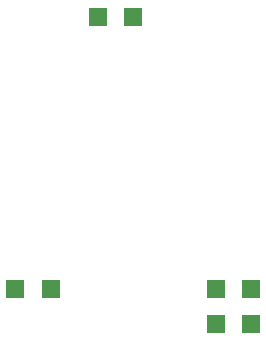
<source format=gbr>
G04 EAGLE Gerber RS-274X export*
G75*
%MOMM*%
%FSLAX34Y34*%
%LPD*%
%INSolderpaste Top*%
%IPPOS*%
%AMOC8*
5,1,8,0,0,1.08239X$1,22.5*%
G01*
%ADD10R,1.500000X1.600000*%


D10*
X630000Y410000D03*
X660000Y410000D03*
X630000Y440000D03*
X660000Y440000D03*
X530000Y670000D03*
X560000Y670000D03*
X460000Y440000D03*
X490000Y440000D03*
M02*

</source>
